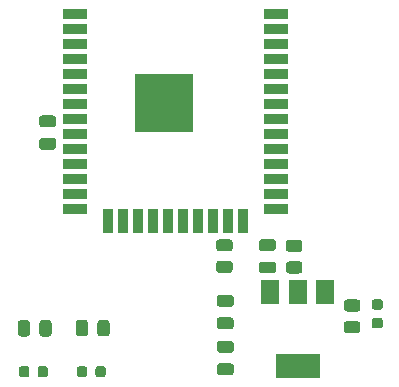
<source format=gbr>
%TF.GenerationSoftware,KiCad,Pcbnew,(5.1.10)-1*%
%TF.CreationDate,2021-08-06T22:26:06+02:00*%
%TF.ProjectId,board,626f6172-642e-46b6-9963-61645f706362,0.2*%
%TF.SameCoordinates,Original*%
%TF.FileFunction,Paste,Top*%
%TF.FilePolarity,Positive*%
%FSLAX46Y46*%
G04 Gerber Fmt 4.6, Leading zero omitted, Abs format (unit mm)*
G04 Created by KiCad (PCBNEW (5.1.10)-1) date 2021-08-06 22:26:06*
%MOMM*%
%LPD*%
G01*
G04 APERTURE LIST*
%ADD10R,1.500000X2.000000*%
%ADD11R,3.800000X2.000000*%
%ADD12R,2.000000X0.900000*%
%ADD13R,0.900000X2.000000*%
%ADD14R,5.000000X5.000000*%
G04 APERTURE END LIST*
%TO.C,C1*%
G36*
G01*
X78765000Y-57980000D02*
X79715000Y-57980000D01*
G75*
G02*
X79965000Y-58230000I0J-250000D01*
G01*
X79965000Y-58730000D01*
G75*
G02*
X79715000Y-58980000I-250000J0D01*
G01*
X78765000Y-58980000D01*
G75*
G02*
X78515000Y-58730000I0J250000D01*
G01*
X78515000Y-58230000D01*
G75*
G02*
X78765000Y-57980000I250000J0D01*
G01*
G37*
G36*
G01*
X78765000Y-56080000D02*
X79715000Y-56080000D01*
G75*
G02*
X79965000Y-56330000I0J-250000D01*
G01*
X79965000Y-56830000D01*
G75*
G02*
X79715000Y-57080000I-250000J0D01*
G01*
X78765000Y-57080000D01*
G75*
G02*
X78515000Y-56830000I0J250000D01*
G01*
X78515000Y-56330000D01*
G75*
G02*
X78765000Y-56080000I250000J0D01*
G01*
G37*
%TD*%
%TO.C,R5*%
G36*
G01*
X64522500Y-54559998D02*
X64522500Y-55460002D01*
G75*
G02*
X64272502Y-55710000I-249998J0D01*
G01*
X63747498Y-55710000D01*
G75*
G02*
X63497500Y-55460002I0J249998D01*
G01*
X63497500Y-54559998D01*
G75*
G02*
X63747498Y-54310000I249998J0D01*
G01*
X64272502Y-54310000D01*
G75*
G02*
X64522500Y-54559998I0J-249998D01*
G01*
G37*
G36*
G01*
X62697500Y-54559998D02*
X62697500Y-55460002D01*
G75*
G02*
X62447502Y-55710000I-249998J0D01*
G01*
X61922498Y-55710000D01*
G75*
G02*
X61672500Y-55460002I0J249998D01*
G01*
X61672500Y-54559998D01*
G75*
G02*
X61922498Y-54310000I249998J0D01*
G01*
X62447502Y-54310000D01*
G75*
G02*
X62697500Y-54559998I0J-249998D01*
G01*
G37*
%TD*%
%TO.C,D3*%
G36*
G01*
X62637500Y-58433750D02*
X62637500Y-58946250D01*
G75*
G02*
X62418750Y-59165000I-218750J0D01*
G01*
X61981250Y-59165000D01*
G75*
G02*
X61762500Y-58946250I0J218750D01*
G01*
X61762500Y-58433750D01*
G75*
G02*
X61981250Y-58215000I218750J0D01*
G01*
X62418750Y-58215000D01*
G75*
G02*
X62637500Y-58433750I0J-218750D01*
G01*
G37*
G36*
G01*
X64212500Y-58433750D02*
X64212500Y-58946250D01*
G75*
G02*
X63993750Y-59165000I-218750J0D01*
G01*
X63556250Y-59165000D01*
G75*
G02*
X63337500Y-58946250I0J218750D01*
G01*
X63337500Y-58433750D01*
G75*
G02*
X63556250Y-58215000I218750J0D01*
G01*
X63993750Y-58215000D01*
G75*
G02*
X64212500Y-58433750I0J-218750D01*
G01*
G37*
%TD*%
%TO.C,D1*%
G36*
G01*
X67537500Y-58433750D02*
X67537500Y-58946250D01*
G75*
G02*
X67318750Y-59165000I-218750J0D01*
G01*
X66881250Y-59165000D01*
G75*
G02*
X66662500Y-58946250I0J218750D01*
G01*
X66662500Y-58433750D01*
G75*
G02*
X66881250Y-58215000I218750J0D01*
G01*
X67318750Y-58215000D01*
G75*
G02*
X67537500Y-58433750I0J-218750D01*
G01*
G37*
G36*
G01*
X69112500Y-58433750D02*
X69112500Y-58946250D01*
G75*
G02*
X68893750Y-59165000I-218750J0D01*
G01*
X68456250Y-59165000D01*
G75*
G02*
X68237500Y-58946250I0J218750D01*
G01*
X68237500Y-58433750D01*
G75*
G02*
X68456250Y-58215000I218750J0D01*
G01*
X68893750Y-58215000D01*
G75*
G02*
X69112500Y-58433750I0J-218750D01*
G01*
G37*
%TD*%
%TO.C,D2*%
G36*
G01*
X92356250Y-53437500D02*
X91843750Y-53437500D01*
G75*
G02*
X91625000Y-53218750I0J218750D01*
G01*
X91625000Y-52781250D01*
G75*
G02*
X91843750Y-52562500I218750J0D01*
G01*
X92356250Y-52562500D01*
G75*
G02*
X92575000Y-52781250I0J-218750D01*
G01*
X92575000Y-53218750D01*
G75*
G02*
X92356250Y-53437500I-218750J0D01*
G01*
G37*
G36*
G01*
X92356250Y-55012500D02*
X91843750Y-55012500D01*
G75*
G02*
X91625000Y-54793750I0J218750D01*
G01*
X91625000Y-54356250D01*
G75*
G02*
X91843750Y-54137500I218750J0D01*
G01*
X92356250Y-54137500D01*
G75*
G02*
X92575000Y-54356250I0J-218750D01*
G01*
X92575000Y-54793750D01*
G75*
G02*
X92356250Y-55012500I-218750J0D01*
G01*
G37*
%TD*%
%TO.C,R4*%
G36*
G01*
X67612500Y-54549998D02*
X67612500Y-55450002D01*
G75*
G02*
X67362502Y-55700000I-249998J0D01*
G01*
X66837498Y-55700000D01*
G75*
G02*
X66587500Y-55450002I0J249998D01*
G01*
X66587500Y-54549998D01*
G75*
G02*
X66837498Y-54300000I249998J0D01*
G01*
X67362502Y-54300000D01*
G75*
G02*
X67612500Y-54549998I0J-249998D01*
G01*
G37*
G36*
G01*
X69437500Y-54549998D02*
X69437500Y-55450002D01*
G75*
G02*
X69187502Y-55700000I-249998J0D01*
G01*
X68662498Y-55700000D01*
G75*
G02*
X68412500Y-55450002I0J249998D01*
G01*
X68412500Y-54549998D01*
G75*
G02*
X68662498Y-54300000I249998J0D01*
G01*
X69187502Y-54300000D01*
G75*
G02*
X69437500Y-54549998I0J-249998D01*
G01*
G37*
%TD*%
D10*
%TO.C,U2*%
X87650000Y-51900000D03*
X83050000Y-51900000D03*
X85350000Y-51900000D03*
D11*
X85350000Y-58200000D03*
%TD*%
D12*
%TO.C,U1*%
X83520000Y-28435000D03*
X83520000Y-29705000D03*
X83520000Y-30975000D03*
X83520000Y-32245000D03*
X83520000Y-33515000D03*
X83520000Y-34785000D03*
X83520000Y-36055000D03*
X83520000Y-37325000D03*
X83520000Y-38595000D03*
X83520000Y-39865000D03*
X83520000Y-41135000D03*
X83520000Y-42405000D03*
X83520000Y-43675000D03*
X83520000Y-44945000D03*
D13*
X80735000Y-45945000D03*
X79465000Y-45945000D03*
X78195000Y-45945000D03*
X76925000Y-45945000D03*
X75655000Y-45945000D03*
X74385000Y-45945000D03*
X73115000Y-45945000D03*
X71845000Y-45945000D03*
X70575000Y-45945000D03*
X69305000Y-45945000D03*
D12*
X66520000Y-44945000D03*
X66520000Y-43675000D03*
X66520000Y-42405000D03*
X66520000Y-41135000D03*
X66520000Y-39865000D03*
X66520000Y-38595000D03*
X66520000Y-37325000D03*
X66520000Y-36055000D03*
X66520000Y-34785000D03*
X66520000Y-33515000D03*
X66520000Y-32245000D03*
X66520000Y-30975000D03*
X66520000Y-29705000D03*
X66520000Y-28435000D03*
D14*
X74020000Y-35935000D03*
%TD*%
%TO.C,R3*%
G36*
G01*
X85510002Y-48547500D02*
X84609998Y-48547500D01*
G75*
G02*
X84360000Y-48297502I0J249998D01*
G01*
X84360000Y-47772498D01*
G75*
G02*
X84609998Y-47522500I249998J0D01*
G01*
X85510002Y-47522500D01*
G75*
G02*
X85760000Y-47772498I0J-249998D01*
G01*
X85760000Y-48297502D01*
G75*
G02*
X85510002Y-48547500I-249998J0D01*
G01*
G37*
G36*
G01*
X85510002Y-50372500D02*
X84609998Y-50372500D01*
G75*
G02*
X84360000Y-50122502I0J249998D01*
G01*
X84360000Y-49597498D01*
G75*
G02*
X84609998Y-49347500I249998J0D01*
G01*
X85510002Y-49347500D01*
G75*
G02*
X85760000Y-49597498I0J-249998D01*
G01*
X85760000Y-50122502D01*
G75*
G02*
X85510002Y-50372500I-249998J0D01*
G01*
G37*
%TD*%
%TO.C,R2*%
G36*
G01*
X89519998Y-54397500D02*
X90420002Y-54397500D01*
G75*
G02*
X90670000Y-54647498I0J-249998D01*
G01*
X90670000Y-55172502D01*
G75*
G02*
X90420002Y-55422500I-249998J0D01*
G01*
X89519998Y-55422500D01*
G75*
G02*
X89270000Y-55172502I0J249998D01*
G01*
X89270000Y-54647498D01*
G75*
G02*
X89519998Y-54397500I249998J0D01*
G01*
G37*
G36*
G01*
X89519998Y-52572500D02*
X90420002Y-52572500D01*
G75*
G02*
X90670000Y-52822498I0J-249998D01*
G01*
X90670000Y-53347502D01*
G75*
G02*
X90420002Y-53597500I-249998J0D01*
G01*
X89519998Y-53597500D01*
G75*
G02*
X89270000Y-53347502I0J249998D01*
G01*
X89270000Y-52822498D01*
G75*
G02*
X89519998Y-52572500I249998J0D01*
G01*
G37*
%TD*%
%TO.C,R1*%
G36*
G01*
X79610002Y-48497500D02*
X78709998Y-48497500D01*
G75*
G02*
X78460000Y-48247502I0J249998D01*
G01*
X78460000Y-47722498D01*
G75*
G02*
X78709998Y-47472500I249998J0D01*
G01*
X79610002Y-47472500D01*
G75*
G02*
X79860000Y-47722498I0J-249998D01*
G01*
X79860000Y-48247502D01*
G75*
G02*
X79610002Y-48497500I-249998J0D01*
G01*
G37*
G36*
G01*
X79610002Y-50322500D02*
X78709998Y-50322500D01*
G75*
G02*
X78460000Y-50072502I0J249998D01*
G01*
X78460000Y-49547498D01*
G75*
G02*
X78709998Y-49297500I249998J0D01*
G01*
X79610002Y-49297500D01*
G75*
G02*
X79860000Y-49547498I0J-249998D01*
G01*
X79860000Y-50072502D01*
G75*
G02*
X79610002Y-50322500I-249998J0D01*
G01*
G37*
%TD*%
%TO.C,C5*%
G36*
G01*
X83275000Y-48470000D02*
X82325000Y-48470000D01*
G75*
G02*
X82075000Y-48220000I0J250000D01*
G01*
X82075000Y-47720000D01*
G75*
G02*
X82325000Y-47470000I250000J0D01*
G01*
X83275000Y-47470000D01*
G75*
G02*
X83525000Y-47720000I0J-250000D01*
G01*
X83525000Y-48220000D01*
G75*
G02*
X83275000Y-48470000I-250000J0D01*
G01*
G37*
G36*
G01*
X83275000Y-50370000D02*
X82325000Y-50370000D01*
G75*
G02*
X82075000Y-50120000I0J250000D01*
G01*
X82075000Y-49620000D01*
G75*
G02*
X82325000Y-49370000I250000J0D01*
G01*
X83275000Y-49370000D01*
G75*
G02*
X83525000Y-49620000I0J-250000D01*
G01*
X83525000Y-50120000D01*
G75*
G02*
X83275000Y-50370000I-250000J0D01*
G01*
G37*
%TD*%
%TO.C,C4*%
G36*
G01*
X79705000Y-53190000D02*
X78755000Y-53190000D01*
G75*
G02*
X78505000Y-52940000I0J250000D01*
G01*
X78505000Y-52440000D01*
G75*
G02*
X78755000Y-52190000I250000J0D01*
G01*
X79705000Y-52190000D01*
G75*
G02*
X79955000Y-52440000I0J-250000D01*
G01*
X79955000Y-52940000D01*
G75*
G02*
X79705000Y-53190000I-250000J0D01*
G01*
G37*
G36*
G01*
X79705000Y-55090000D02*
X78755000Y-55090000D01*
G75*
G02*
X78505000Y-54840000I0J250000D01*
G01*
X78505000Y-54340000D01*
G75*
G02*
X78755000Y-54090000I250000J0D01*
G01*
X79705000Y-54090000D01*
G75*
G02*
X79955000Y-54340000I0J-250000D01*
G01*
X79955000Y-54840000D01*
G75*
G02*
X79705000Y-55090000I-250000J0D01*
G01*
G37*
%TD*%
%TO.C,C2*%
G36*
G01*
X64665000Y-37990000D02*
X63715000Y-37990000D01*
G75*
G02*
X63465000Y-37740000I0J250000D01*
G01*
X63465000Y-37240000D01*
G75*
G02*
X63715000Y-36990000I250000J0D01*
G01*
X64665000Y-36990000D01*
G75*
G02*
X64915000Y-37240000I0J-250000D01*
G01*
X64915000Y-37740000D01*
G75*
G02*
X64665000Y-37990000I-250000J0D01*
G01*
G37*
G36*
G01*
X64665000Y-39890000D02*
X63715000Y-39890000D01*
G75*
G02*
X63465000Y-39640000I0J250000D01*
G01*
X63465000Y-39140000D01*
G75*
G02*
X63715000Y-38890000I250000J0D01*
G01*
X64665000Y-38890000D01*
G75*
G02*
X64915000Y-39140000I0J-250000D01*
G01*
X64915000Y-39640000D01*
G75*
G02*
X64665000Y-39890000I-250000J0D01*
G01*
G37*
%TD*%
M02*

</source>
